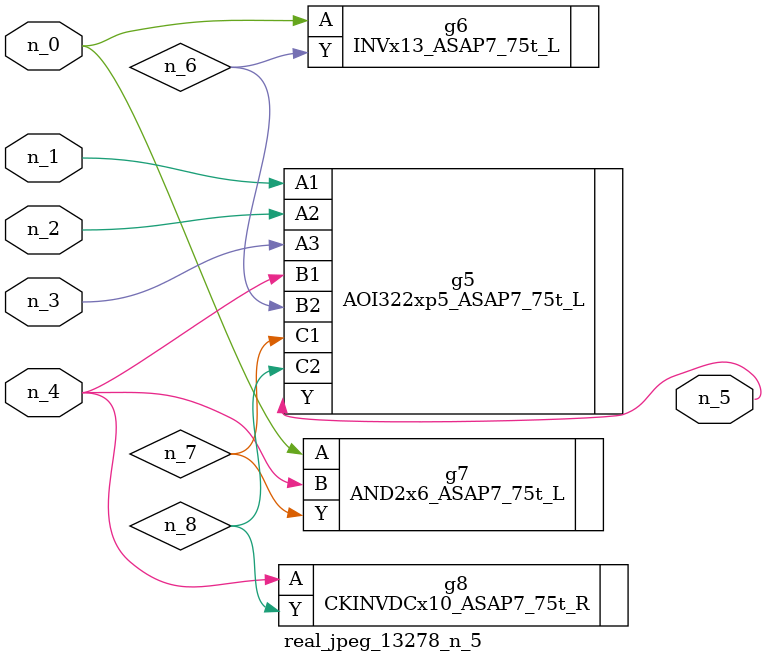
<source format=v>
module real_jpeg_13278_n_5 (n_4, n_0, n_1, n_2, n_3, n_5);

input n_4;
input n_0;
input n_1;
input n_2;
input n_3;

output n_5;

wire n_8;
wire n_6;
wire n_7;

INVx13_ASAP7_75t_L g6 ( 
.A(n_0),
.Y(n_6)
);

AND2x6_ASAP7_75t_L g7 ( 
.A(n_0),
.B(n_4),
.Y(n_7)
);

AOI322xp5_ASAP7_75t_L g5 ( 
.A1(n_1),
.A2(n_2),
.A3(n_3),
.B1(n_4),
.B2(n_6),
.C1(n_7),
.C2(n_8),
.Y(n_5)
);

CKINVDCx10_ASAP7_75t_R g8 ( 
.A(n_4),
.Y(n_8)
);


endmodule
</source>
